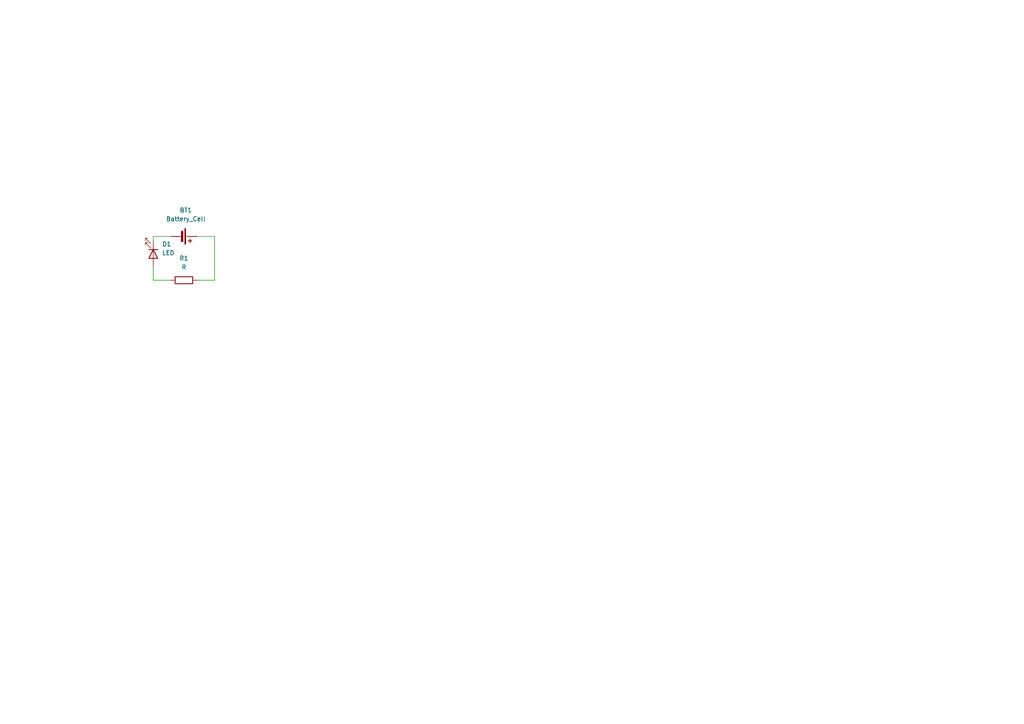
<source format=kicad_sch>
(kicad_sch (version 20231120) (generator "eeschema") (generator_version "8.0")
  (paper "A4")
  (title_block (title "LED Demo Board") (date "2024-10-29") (rev "1.0") (company "Formula Slug"))
  (lib_symbols
    (symbol "Device:Battery_Cell" (pin_numbers hide) (pin_names (offset 0) hide)
      (property "Reference" "BT" (at 2.54 2.54 0))
      (property "Value" "Battery_Cell" (at 2.54 0 0))
      (symbol "Battery_Cell_0_1"
        (rectangle (start -2.286 1.778) (end 2.286 1.524) (fill (type outline)))
        (rectangle (start -1.524 1.016) (end 1.524 0.508) (fill (type outline)))
        (polyline (pts (xy 0 0.762) (xy 0 0)))
        (polyline (pts (xy 0 1.778) (xy 0 2.54)))
        (polyline (pts (xy 0.762 3.048) (xy 1.778 3.048)) (stroke (width 0.254)))
        (polyline (pts (xy 1.27 3.556) (xy 1.27 2.54)) (stroke (width 0.254)))
      )
      (symbol "Battery_Cell_1_1"
        (pin passive line (at 0 5.08 270) (length 2.54) (name "+") (number "1"))
        (pin passive line (at 0 -2.54 90) (length 2.54) (name "-") (number "2"))
      )
    )
    (symbol "Device:LED" (pin_numbers hide) (pin_names (offset 1.016) hide)
      (property "Reference" "D" (at 0 2.54 0))
      (property "Value" "LED" (at 0 -2.54 0))
      (symbol "LED_0_1"
        (polyline (pts (xy -1.27 -1.27) (xy -1.27 1.27)) (stroke (width 0.254)))
        (polyline (pts (xy -1.27 0) (xy 1.27 0)))
        (polyline (pts (xy 1.27 -1.27) (xy 1.27 1.27) (xy -1.27 0) (xy 1.27 -1.27)) (stroke (width 0.254)))
        (polyline (pts (xy -3.048 -0.762) (xy -4.572 -2.286) (xy -3.81 -2.286) (xy -4.572 -2.286) (xy -4.572 -1.524)))
        (polyline (pts (xy -1.778 -0.762) (xy -3.302 -2.286) (xy -2.54 -2.286) (xy -3.302 -2.286) (xy -3.302 -1.524)))
      )
      (symbol "LED_1_1"
        (pin passive line (at -3.81 0 0) (length 2.54) (name "K") (number "1"))
        (pin passive line (at 3.81 0 180) (length 2.54) (name "A") (number "2"))
      )
    )
    (symbol "Device:R" (pin_numbers hide) (pin_names (offset 0))
      (property "Reference" "R" (at 2.032 0 90))
      (property "Value" "R" (at 0 0 90))
      (symbol "R_0_1"
        (rectangle (start -1.016 -2.54) (end 1.016 2.54) (stroke (width 0.254)))
      )
      (symbol "R_1_1"
        (pin passive line (at 0 3.81 270) (length 1.27) (name "~") (number "1"))
        (pin passive line (at 0 -3.81 90) (length 1.27) (name "~") (number "2"))
      )
    )
  )
  (wire (pts (xy 57.15 68.58) (xy 62.23 68.58)))
  (wire (pts (xy 44.45 68.58) (xy 49.53 68.58)))
  (wire (pts (xy 49.53 81.28) (xy 44.45 81.28)))
  (wire (pts (xy 44.45 81.28) (xy 44.45 77.47)))
  (wire (pts (xy 57.15 81.28) (xy 62.23 81.28)))
  (wire (pts (xy 62.23 68.58) (xy 62.23 81.28)))
  (wire (pts (xy 44.45 69.85) (xy 44.45 68.58)))
  (symbol (lib_id "Device:R") (at 53.34 81.28 270) (unit 1)
    (property "Reference" "R1" (at 53.34 74.93 90))
    (property "Value" "R" (at 53.34 77.47 90))
    (property "Footprint" "LED_SMD:LED_0805_2012Metric_Pad1.15x1.40mm_HandSolder" (effects (hide yes)))
    (property "Description" "Resistor" (effects (hide yes)))
  )
  (symbol (lib_id "Device:LED") (at 44.45 73.66 270) (unit 1)
    (property "Reference" "D1" (at 46.99 70.8024 90) (effects (justify left)))
    (property "Value" "LED" (at 46.99 73.3424 90) (effects (justify left)))
    (property "Footprint" "LED_SMD:LED_0805_2012Metric_Pad1.15x1.40mm_HandSolder" (effects (hide yes)))
    (property "Description" "Light emitting diode" (effects (hide yes)))
  )
  (symbol (lib_id "Device:Battery_Cell") (at 52.07 68.58 270) (unit 1)
    (property "Reference" "BT1" (at 53.9115 60.96 90))
    (property "Value" "Battery_Cell" (at 53.9115 63.5 90))
    (property "Footprint" "FS_3_Global_Footprint_Library:MS621FE-FL11E_SEC" (effects (hide yes)))
    (property "Description" "Single-cell battery" (effects (hide yes)))
  )
)
</source>
